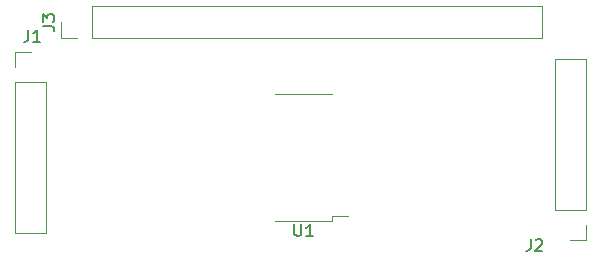
<source format=gbr>
G04 #@! TF.GenerationSoftware,KiCad,Pcbnew,(5.0.0)*
G04 #@! TF.CreationDate,2019-07-27T13:15:58+05:30*
G04 #@! TF.ProjectId,SerialShiftLCD,53657269616C53686966744C43442E6B,rev?*
G04 #@! TF.SameCoordinates,Original*
G04 #@! TF.FileFunction,Legend,Top*
G04 #@! TF.FilePolarity,Positive*
%FSLAX46Y46*%
G04 Gerber Fmt 4.6, Leading zero omitted, Abs format (unit mm)*
G04 Created by KiCad (PCBNEW (5.0.0)) date 07/27/19 13:15:58*
%MOMM*%
%LPD*%
G01*
G04 APERTURE LIST*
%ADD10C,0.120000*%
%ADD11C,0.150000*%
G04 APERTURE END LIST*
D10*
G04 #@! TO.C,J1*
X101590800Y-66023800D02*
X104250800Y-66023800D01*
X101590800Y-53263800D02*
X101590800Y-66023800D01*
X104250800Y-53263800D02*
X104250800Y-66023800D01*
X101590800Y-53263800D02*
X104250800Y-53263800D01*
X101590800Y-51993800D02*
X101590800Y-50663800D01*
X101590800Y-50663800D02*
X102920800Y-50663800D01*
G04 #@! TO.C,J2*
X149945400Y-66633400D02*
X148615400Y-66633400D01*
X149945400Y-65303400D02*
X149945400Y-66633400D01*
X149945400Y-64033400D02*
X147285400Y-64033400D01*
X147285400Y-64033400D02*
X147285400Y-51273400D01*
X149945400Y-64033400D02*
X149945400Y-51273400D01*
X149945400Y-51273400D02*
X147285400Y-51273400D01*
G04 #@! TO.C,J3*
X146237000Y-49488400D02*
X146237000Y-46828400D01*
X108077000Y-49488400D02*
X146237000Y-49488400D01*
X108077000Y-46828400D02*
X146237000Y-46828400D01*
X108077000Y-49488400D02*
X108077000Y-46828400D01*
X106807000Y-49488400D02*
X105477000Y-49488400D01*
X105477000Y-49488400D02*
X105477000Y-48158400D01*
G04 #@! TO.C,U1*
X128409400Y-65013800D02*
X128409400Y-64613800D01*
X128409400Y-64613800D02*
X129809400Y-64613800D01*
X128409400Y-65013800D02*
X123609400Y-65013800D01*
X128409400Y-54213800D02*
X123609400Y-54213800D01*
G04 #@! TO.C,J1*
D11*
X102714466Y-48804580D02*
X102714466Y-49518866D01*
X102666847Y-49661723D01*
X102571609Y-49756961D01*
X102428752Y-49804580D01*
X102333514Y-49804580D01*
X103714466Y-49804580D02*
X103143038Y-49804580D01*
X103428752Y-49804580D02*
X103428752Y-48804580D01*
X103333514Y-48947438D01*
X103238276Y-49042676D01*
X103143038Y-49090295D01*
G04 #@! TO.C,J2*
X145234066Y-66533780D02*
X145234066Y-67248066D01*
X145186447Y-67390923D01*
X145091209Y-67486161D01*
X144948352Y-67533780D01*
X144853114Y-67533780D01*
X145662638Y-66629019D02*
X145710257Y-66581400D01*
X145805495Y-66533780D01*
X146043590Y-66533780D01*
X146138828Y-66581400D01*
X146186447Y-66629019D01*
X146234066Y-66724257D01*
X146234066Y-66819495D01*
X146186447Y-66962352D01*
X145615019Y-67533780D01*
X146234066Y-67533780D01*
G04 #@! TO.C,J3*
X103929380Y-48491733D02*
X104643666Y-48491733D01*
X104786523Y-48539352D01*
X104881761Y-48634590D01*
X104929380Y-48777447D01*
X104929380Y-48872685D01*
X103929380Y-48110780D02*
X103929380Y-47491733D01*
X104310333Y-47825066D01*
X104310333Y-47682209D01*
X104357952Y-47586971D01*
X104405571Y-47539352D01*
X104500809Y-47491733D01*
X104738904Y-47491733D01*
X104834142Y-47539352D01*
X104881761Y-47586971D01*
X104929380Y-47682209D01*
X104929380Y-47967923D01*
X104881761Y-48063161D01*
X104834142Y-48110780D01*
G04 #@! TO.C,U1*
X125247495Y-65266180D02*
X125247495Y-66075704D01*
X125295114Y-66170942D01*
X125342733Y-66218561D01*
X125437971Y-66266180D01*
X125628447Y-66266180D01*
X125723685Y-66218561D01*
X125771304Y-66170942D01*
X125818923Y-66075704D01*
X125818923Y-65266180D01*
X126818923Y-66266180D02*
X126247495Y-66266180D01*
X126533209Y-66266180D02*
X126533209Y-65266180D01*
X126437971Y-65409038D01*
X126342733Y-65504276D01*
X126247495Y-65551895D01*
G04 #@! TD*
M02*

</source>
